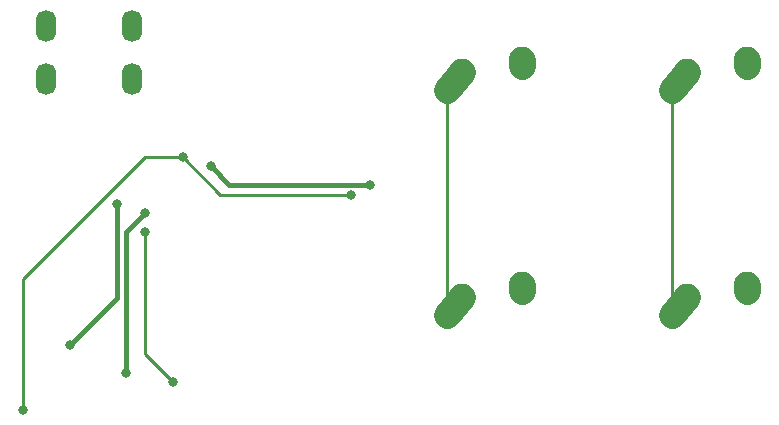
<source format=gtl>
G04 #@! TF.GenerationSoftware,KiCad,Pcbnew,(5.1.4)-1*
G04 #@! TF.CreationDate,2020-09-25T18:06:27-04:00*
G04 #@! TF.ProjectId,2x2 micro pad,32783220-6d69-4637-926f-207061642e6b,rev?*
G04 #@! TF.SameCoordinates,Original*
G04 #@! TF.FileFunction,Copper,L1,Top*
G04 #@! TF.FilePolarity,Positive*
%FSLAX46Y46*%
G04 Gerber Fmt 4.6, Leading zero omitted, Abs format (unit mm)*
G04 Created by KiCad (PCBNEW (5.1.4)-1) date 2020-09-25 18:06:27*
%MOMM*%
%LPD*%
G04 APERTURE LIST*
%ADD10C,2.250000*%
%ADD11C,2.250000*%
%ADD12O,1.700000X2.700000*%
%ADD13C,0.800000*%
%ADD14C,0.381000*%
%ADD15C,0.254000*%
G04 APERTURE END LIST*
D10*
X229532500Y-79347500D03*
D11*
X229512500Y-79637500D02*
X229552500Y-79057500D01*
D10*
X229552500Y-79057500D03*
X223857501Y-80867500D03*
D11*
X223202500Y-81597500D02*
X224512502Y-80137500D01*
D10*
X224512500Y-80137500D03*
D12*
X170181250Y-57150000D03*
X177481250Y-57150000D03*
X177481250Y-61650000D03*
X170181250Y-61650000D03*
D10*
X210482500Y-79347500D03*
D11*
X210462500Y-79637500D02*
X210502500Y-79057500D01*
D10*
X210502500Y-79057500D03*
X204807501Y-80867500D03*
D11*
X204152500Y-81597500D02*
X205462502Y-80137500D01*
D10*
X205462500Y-80137500D03*
X229532500Y-60297500D03*
D11*
X229512500Y-60587500D02*
X229552500Y-60007500D01*
D10*
X229552500Y-60007500D03*
X223857501Y-61817500D03*
D11*
X223202500Y-62547500D02*
X224512502Y-61087500D01*
D10*
X224512500Y-61087500D03*
X210482500Y-60297500D03*
D11*
X210462500Y-60587500D02*
X210502500Y-60007500D01*
D10*
X210502500Y-60007500D03*
X204807501Y-61817500D03*
D11*
X204152500Y-62547500D02*
X205462502Y-61087500D01*
D10*
X205462500Y-61087500D03*
D13*
X172243750Y-84137500D03*
X176212500Y-72231250D03*
X180975000Y-87312500D03*
X178593750Y-74612500D03*
X184140750Y-69056250D03*
X197643750Y-70643750D03*
X178593750Y-73025000D03*
X177006250Y-86518750D03*
X168275000Y-89693750D03*
X181768750Y-68262500D03*
X196056250Y-71437500D03*
D14*
X172243750Y-84137500D02*
X176212500Y-80168750D01*
X176212500Y-80168750D02*
X176212500Y-72231250D01*
D15*
X180975000Y-87312500D02*
X178593750Y-84931250D01*
X178593750Y-84931250D02*
X178593750Y-74612500D01*
D14*
X185728250Y-70643750D02*
X184140750Y-69056250D01*
X197643750Y-70643750D02*
X185728250Y-70643750D01*
X178593750Y-73025000D02*
X177006250Y-74612500D01*
X177006250Y-74612500D02*
X177006250Y-86518750D01*
D15*
X204152500Y-78827500D02*
X204152500Y-81597500D01*
X204152500Y-62547500D02*
X204152500Y-78827500D01*
X223202500Y-81597500D02*
X223202500Y-62547500D01*
X181768750Y-68262500D02*
X178593750Y-68262500D01*
X168275000Y-78581250D02*
X168275000Y-89693750D01*
X178593750Y-68262500D02*
X168275000Y-78581250D01*
X184943750Y-71437500D02*
X181768750Y-68262500D01*
X196056250Y-71437500D02*
X184943750Y-71437500D01*
M02*

</source>
